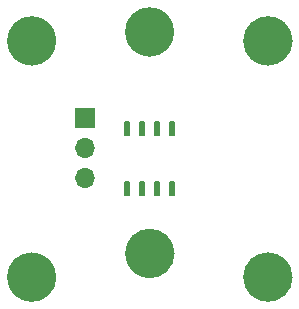
<source format=gbr>
%TF.GenerationSoftware,KiCad,Pcbnew,7.0.2*%
%TF.CreationDate,2023-10-18T18:01:30-04:00*%
%TF.ProjectId,encoder_go_v1_rev2,656e636f-6465-4725-9f67-6f5f76315f72,rev?*%
%TF.SameCoordinates,Original*%
%TF.FileFunction,Soldermask,Bot*%
%TF.FilePolarity,Negative*%
%FSLAX46Y46*%
G04 Gerber Fmt 4.6, Leading zero omitted, Abs format (unit mm)*
G04 Created by KiCad (PCBNEW 7.0.2) date 2023-10-18 18:01:30*
%MOMM*%
%LPD*%
G01*
G04 APERTURE LIST*
G04 Aperture macros list*
%AMRoundRect*
0 Rectangle with rounded corners*
0 $1 Rounding radius*
0 $2 $3 $4 $5 $6 $7 $8 $9 X,Y pos of 4 corners*
0 Add a 4 corners polygon primitive as box body*
4,1,4,$2,$3,$4,$5,$6,$7,$8,$9,$2,$3,0*
0 Add four circle primitives for the rounded corners*
1,1,$1+$1,$2,$3*
1,1,$1+$1,$4,$5*
1,1,$1+$1,$6,$7*
1,1,$1+$1,$8,$9*
0 Add four rect primitives between the rounded corners*
20,1,$1+$1,$2,$3,$4,$5,0*
20,1,$1+$1,$4,$5,$6,$7,0*
20,1,$1+$1,$6,$7,$8,$9,0*
20,1,$1+$1,$8,$9,$2,$3,0*%
G04 Aperture macros list end*
%ADD10C,2.075000*%
%ADD11RoundRect,0.131250X0.131250X0.503750X-0.131250X0.503750X-0.131250X-0.503750X0.131250X-0.503750X0*%
%ADD12R,1.700000X1.700000*%
%ADD13O,1.700000X1.700000*%
G04 APERTURE END LIST*
D10*
X161037500Y-110000000D02*
G75*
G03*
X161037500Y-110000000I-1037500J0D01*
G01*
X161037500Y-90000000D02*
G75*
G03*
X161037500Y-90000000I-1037500J0D01*
G01*
X151037500Y-108000000D02*
G75*
G03*
X151037500Y-108000000I-1037500J0D01*
G01*
X141037500Y-110000000D02*
G75*
G03*
X141037500Y-110000000I-1037500J0D01*
G01*
X151022912Y-89241522D02*
G75*
G03*
X151022912Y-89241522I-1037500J0D01*
G01*
X141037500Y-90000000D02*
G75*
G03*
X141037500Y-90000000I-1037500J0D01*
G01*
D11*
%TO.C,U1*%
X148095000Y-97460000D03*
X149365000Y-97460000D03*
X150635000Y-97460000D03*
X151905000Y-97460000D03*
X151905000Y-102540000D03*
X150635000Y-102540000D03*
X149365000Y-102540000D03*
X148095000Y-102540000D03*
%TD*%
D12*
%TO.C,J2*%
X144503000Y-96531999D03*
D13*
X144503000Y-99071999D03*
X144503000Y-101611999D03*
%TD*%
M02*

</source>
